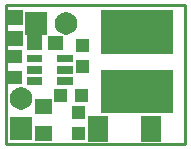
<source format=gbr>
G04 #@! TF.FileFunction,Soldermask,Top*
%FSLAX46Y46*%
G04 Gerber Fmt 4.6, Leading zero omitted, Abs format (unit mm)*
G04 Created by KiCad (PCBNEW no-vcs-found-product) date 17.07.2015 (пт) 14,56,54 EEST*
%MOMM*%
G01*
G04 APERTURE LIST*
%ADD10C,0.100000*%
%ADD11C,0.254000*%
G04 APERTURE END LIST*
D10*
D11*
X39700000Y-36500000D02*
X39700000Y-24750000D01*
X35941000Y-36500000D02*
X39700000Y-36500000D01*
X35941000Y-24750000D02*
X39700000Y-24750000D01*
X35941000Y-36500000D02*
X24511000Y-36500000D01*
X24511000Y-24750000D02*
X35941000Y-24750000D01*
X24511000Y-36500000D02*
X24511000Y-24750000D01*
D10*
G36*
X25831800Y-29641800D02*
X24714200Y-29641800D01*
X24714200Y-28524200D01*
X25831800Y-28524200D01*
X25831800Y-29641800D01*
X25831800Y-29641800D01*
G37*
G36*
X25831800Y-31419800D02*
X24714200Y-31419800D01*
X24714200Y-30302200D01*
X25831800Y-30302200D01*
X25831800Y-31419800D01*
X25831800Y-31419800D01*
G37*
G36*
X25903000Y-26396000D02*
X24643000Y-26396000D01*
X24643000Y-25166000D01*
X25903000Y-25166000D01*
X25903000Y-26396000D01*
X25903000Y-26396000D01*
G37*
G36*
X25903000Y-28174000D02*
X24643000Y-28174000D01*
X24643000Y-26944000D01*
X25903000Y-26944000D01*
X25903000Y-28174000D01*
X25903000Y-28174000D01*
G37*
G36*
X26731800Y-36129800D02*
X24830200Y-36129800D01*
X24830200Y-34228200D01*
X26731800Y-34228200D01*
X26731800Y-36129800D01*
X26731800Y-36129800D01*
G37*
G36*
X26731841Y-32545769D02*
X26728867Y-32758743D01*
X26728790Y-32759081D01*
X26728790Y-32759085D01*
X26687558Y-32940575D01*
X26611718Y-33110913D01*
X26504236Y-33263278D01*
X26504234Y-33263279D01*
X26369204Y-33391866D01*
X26369201Y-33391870D01*
X26211770Y-33491778D01*
X26037926Y-33559209D01*
X25854300Y-33591586D01*
X25854297Y-33591585D01*
X25667879Y-33587682D01*
X25485765Y-33547640D01*
X25485761Y-33547640D01*
X25314902Y-33472994D01*
X25314898Y-33472991D01*
X25161782Y-33366573D01*
X25032256Y-33232444D01*
X24931251Y-33075715D01*
X24862609Y-32902347D01*
X24828948Y-32718943D01*
X24831552Y-32532501D01*
X24870318Y-32350117D01*
X24943774Y-32178734D01*
X24996448Y-32101806D01*
X25049120Y-32024880D01*
X25049121Y-32024878D01*
X25049122Y-32024878D01*
X25182343Y-31894417D01*
X25338366Y-31792318D01*
X25511251Y-31722469D01*
X25694406Y-31687530D01*
X25880866Y-31688832D01*
X26063521Y-31726326D01*
X26235411Y-31798581D01*
X26389996Y-31902851D01*
X26389998Y-31902852D01*
X26521385Y-32035159D01*
X26624569Y-32190465D01*
X26624569Y-32190466D01*
X26695625Y-32362857D01*
X26731774Y-32545425D01*
X26731773Y-32545430D01*
X26731841Y-32545769D01*
X26731841Y-32545769D01*
G37*
G36*
X27544800Y-29601800D02*
X26243200Y-29601800D01*
X26243200Y-28950200D01*
X27544800Y-28950200D01*
X27544800Y-29601800D01*
X27544800Y-29601800D01*
G37*
G36*
X27544800Y-30551800D02*
X26243200Y-30551800D01*
X26243200Y-29900200D01*
X27544800Y-29900200D01*
X27544800Y-30551800D01*
X27544800Y-30551800D01*
G37*
G36*
X27544800Y-31501800D02*
X26243200Y-31501800D01*
X26243200Y-30850200D01*
X27544800Y-30850200D01*
X27544800Y-31501800D01*
X27544800Y-31501800D01*
G37*
G36*
X28001800Y-27239800D02*
X27582000Y-27239800D01*
X27562543Y-27243741D01*
X27546153Y-27254944D01*
X27535414Y-27271641D01*
X27532000Y-27289800D01*
X27532000Y-27332000D01*
X27532000Y-28548000D01*
X26316000Y-28548000D01*
X26316000Y-27332000D01*
X26316000Y-27289800D01*
X26312059Y-27270343D01*
X26300856Y-27253953D01*
X26284159Y-27243214D01*
X26266000Y-27239800D01*
X26100200Y-27239800D01*
X26100200Y-25338200D01*
X28001800Y-25338200D01*
X28001800Y-27239800D01*
X28001800Y-27239800D01*
G37*
G36*
X28436000Y-33953000D02*
X26936000Y-33953000D01*
X26936000Y-32703000D01*
X28436000Y-32703000D01*
X28436000Y-33953000D01*
X28436000Y-33953000D01*
G37*
G36*
X28436000Y-36258000D02*
X26936000Y-36258000D01*
X26936000Y-35008000D01*
X28436000Y-35008000D01*
X28436000Y-36258000D01*
X28436000Y-36258000D01*
G37*
G36*
X29310000Y-28548000D02*
X28094000Y-28548000D01*
X28094000Y-27332000D01*
X29310000Y-27332000D01*
X29310000Y-28548000D01*
X29310000Y-28548000D01*
G37*
G36*
X29705300Y-32943800D02*
X28587700Y-32943800D01*
X28587700Y-31826200D01*
X29705300Y-31826200D01*
X29705300Y-32943800D01*
X29705300Y-32943800D01*
G37*
G36*
X30144800Y-29601800D02*
X28843200Y-29601800D01*
X28843200Y-28950200D01*
X30144800Y-28950200D01*
X30144800Y-29601800D01*
X30144800Y-29601800D01*
G37*
G36*
X30144800Y-30551800D02*
X28843200Y-30551800D01*
X28843200Y-29900200D01*
X30144800Y-29900200D01*
X30144800Y-30551800D01*
X30144800Y-30551800D01*
G37*
G36*
X30144800Y-31501800D02*
X28843200Y-31501800D01*
X28843200Y-30850200D01*
X30144800Y-30850200D01*
X30144800Y-31501800D01*
X30144800Y-31501800D01*
G37*
G36*
X30541841Y-26195769D02*
X30538867Y-26408743D01*
X30538790Y-26409081D01*
X30538790Y-26409085D01*
X30497558Y-26590575D01*
X30421718Y-26760913D01*
X30314236Y-26913278D01*
X30314234Y-26913279D01*
X30179204Y-27041866D01*
X30179201Y-27041870D01*
X30021770Y-27141778D01*
X29847926Y-27209209D01*
X29664300Y-27241586D01*
X29664297Y-27241585D01*
X29477879Y-27237682D01*
X29295765Y-27197640D01*
X29295761Y-27197640D01*
X29124902Y-27122994D01*
X29124898Y-27122991D01*
X28971782Y-27016573D01*
X28842256Y-26882444D01*
X28741251Y-26725715D01*
X28672609Y-26552347D01*
X28638948Y-26368943D01*
X28641552Y-26182501D01*
X28680318Y-26000117D01*
X28753774Y-25828734D01*
X28806448Y-25751806D01*
X28859120Y-25674880D01*
X28859121Y-25674878D01*
X28859122Y-25674878D01*
X28992343Y-25544417D01*
X29148366Y-25442318D01*
X29321251Y-25372469D01*
X29504406Y-25337530D01*
X29690866Y-25338832D01*
X29873521Y-25376326D01*
X30045411Y-25448581D01*
X30199996Y-25552851D01*
X30199998Y-25552852D01*
X30331385Y-25685159D01*
X30434569Y-25840465D01*
X30434569Y-25840466D01*
X30505625Y-26012857D01*
X30541774Y-26195425D01*
X30541773Y-26195430D01*
X30541841Y-26195769D01*
X30541841Y-26195769D01*
G37*
G36*
X31229300Y-34404300D02*
X30111700Y-34404300D01*
X30111700Y-33286700D01*
X31229300Y-33286700D01*
X31229300Y-34404300D01*
X31229300Y-34404300D01*
G37*
G36*
X31229300Y-36182300D02*
X30111700Y-36182300D01*
X30111700Y-35064700D01*
X31229300Y-35064700D01*
X31229300Y-36182300D01*
X31229300Y-36182300D01*
G37*
G36*
X31483300Y-32943800D02*
X30365700Y-32943800D01*
X30365700Y-31826200D01*
X31483300Y-31826200D01*
X31483300Y-32943800D01*
X31483300Y-32943800D01*
G37*
G36*
X31558800Y-28752800D02*
X30441200Y-28752800D01*
X30441200Y-27635200D01*
X31558800Y-27635200D01*
X31558800Y-28752800D01*
X31558800Y-28752800D01*
G37*
G36*
X31558800Y-30530800D02*
X30441200Y-30530800D01*
X30441200Y-29413200D01*
X31558800Y-29413200D01*
X31558800Y-30530800D01*
X31558800Y-30530800D01*
G37*
G36*
X33144800Y-36333140D02*
X31443200Y-36333140D01*
X31443200Y-34131540D01*
X33144800Y-34131540D01*
X33144800Y-36333140D01*
X33144800Y-36333140D01*
G37*
G36*
X37644800Y-36328060D02*
X35943200Y-36328060D01*
X35943200Y-34126460D01*
X37644800Y-34126460D01*
X37644800Y-36328060D01*
X37644800Y-36328060D01*
G37*
G36*
X38684500Y-28878200D02*
X32515500Y-28878200D01*
X32515500Y-25122200D01*
X38684500Y-25122200D01*
X38684500Y-28878200D01*
X38684500Y-28878200D01*
G37*
G36*
X38684500Y-33894700D02*
X32515500Y-33894700D01*
X32515500Y-30265700D01*
X38684500Y-30265700D01*
X38684500Y-33894700D01*
X38684500Y-33894700D01*
G37*
M02*

</source>
